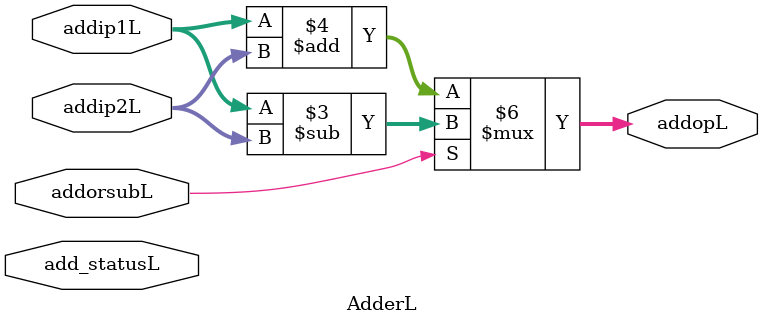
<source format=v>
`timescale 1ns / 1ps

module AdderL(add_statusL,addip1L,addip2L,addopL,addorsubL);

input add_statusL,addorsubL;
input [39:0] addip1L,addip2L;

output reg [39:0]addopL;

always @(addip1L or addip2L or addorsubL)
begin
	if(addorsubL == 1'b1)
		addopL=addip1L-addip2L;
	else
		addopL=addip1L+addip2L;
end

endmodule

</source>
